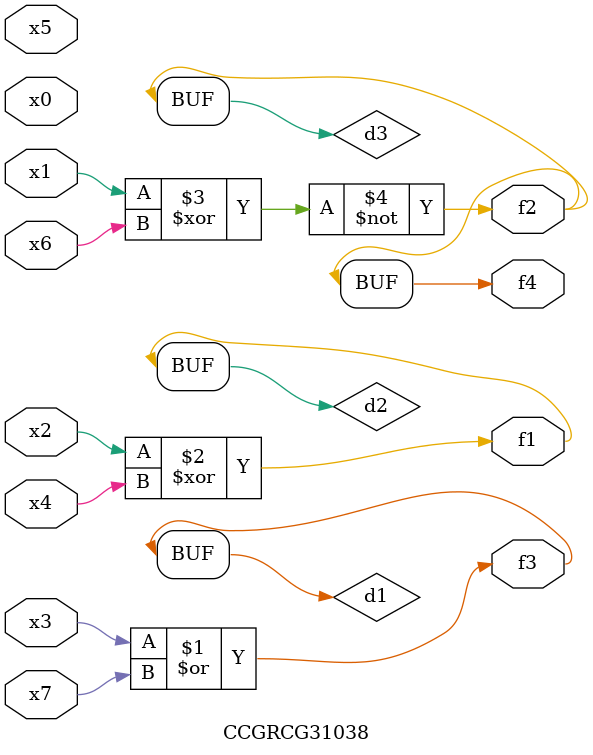
<source format=v>
module CCGRCG31038(
	input x0, x1, x2, x3, x4, x5, x6, x7,
	output f1, f2, f3, f4
);

	wire d1, d2, d3;

	or (d1, x3, x7);
	xor (d2, x2, x4);
	xnor (d3, x1, x6);
	assign f1 = d2;
	assign f2 = d3;
	assign f3 = d1;
	assign f4 = d3;
endmodule

</source>
